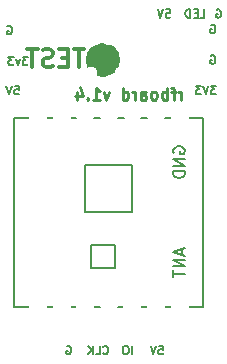
<source format=gbr>
G04 #@! TF.GenerationSoftware,KiCad,Pcbnew,5.1.2-f72e74a~84~ubuntu18.04.1*
G04 #@! TF.CreationDate,2019-07-10T23:14:27-06:00*
G04 #@! TF.ProjectId,rfboard,7266626f-6172-4642-9e6b-696361645f70,rev?*
G04 #@! TF.SameCoordinates,Original*
G04 #@! TF.FileFunction,Legend,Bot*
G04 #@! TF.FilePolarity,Positive*
%FSLAX46Y46*%
G04 Gerber Fmt 4.6, Leading zero omitted, Abs format (unit mm)*
G04 Created by KiCad (PCBNEW 5.1.2-f72e74a~84~ubuntu18.04.1) date 2019-07-10 23:14:27*
%MOMM*%
%LPD*%
G04 APERTURE LIST*
%ADD10C,0.175000*%
%ADD11C,1.500000*%
%ADD12C,0.300000*%
%ADD13C,0.250000*%
%ADD14C,0.150000*%
%ADD15C,0.203200*%
%ADD16C,3.100000*%
%ADD17R,2.100000X2.100000*%
%ADD18O,2.100000X2.100000*%
%ADD19R,1.598880X3.399740*%
%ADD20C,1.130000*%
%ADD21C,1.808000*%
%ADD22C,2.200000*%
G04 APERTURE END LIST*
D10*
X126566666Y-136816666D02*
X126133333Y-136816666D01*
X126366666Y-137083333D01*
X126266666Y-137083333D01*
X126200000Y-137116666D01*
X126166666Y-137150000D01*
X126133333Y-137216666D01*
X126133333Y-137383333D01*
X126166666Y-137450000D01*
X126200000Y-137483333D01*
X126266666Y-137516666D01*
X126466666Y-137516666D01*
X126533333Y-137483333D01*
X126566666Y-137450000D01*
X125933333Y-136816666D02*
X125700000Y-137516666D01*
X125466666Y-136816666D01*
X125300000Y-136816666D02*
X124866666Y-136816666D01*
X125100000Y-137083333D01*
X125000000Y-137083333D01*
X124933333Y-137116666D01*
X124900000Y-137150000D01*
X124866666Y-137216666D01*
X124866666Y-137383333D01*
X124900000Y-137450000D01*
X124933333Y-137483333D01*
X125000000Y-137516666D01*
X125200000Y-137516666D01*
X125266666Y-137483333D01*
X125300000Y-137450000D01*
X109533333Y-136816666D02*
X109866666Y-136816666D01*
X109900000Y-137150000D01*
X109866666Y-137116666D01*
X109800000Y-137083333D01*
X109633333Y-137083333D01*
X109566666Y-137116666D01*
X109533333Y-137150000D01*
X109500000Y-137216666D01*
X109500000Y-137383333D01*
X109533333Y-137450000D01*
X109566666Y-137483333D01*
X109633333Y-137516666D01*
X109800000Y-137516666D01*
X109866666Y-137483333D01*
X109900000Y-137450000D01*
X109300000Y-136816666D02*
X109066666Y-137516666D01*
X108833333Y-136816666D01*
X110633333Y-134316666D02*
X110200000Y-134316666D01*
X110433333Y-134583333D01*
X110333333Y-134583333D01*
X110266666Y-134616666D01*
X110233333Y-134650000D01*
X110200000Y-134716666D01*
X110200000Y-134883333D01*
X110233333Y-134950000D01*
X110266666Y-134983333D01*
X110333333Y-135016666D01*
X110533333Y-135016666D01*
X110600000Y-134983333D01*
X110633333Y-134950000D01*
X109966666Y-134550000D02*
X109800000Y-135016666D01*
X109633333Y-134550000D01*
X109433333Y-134316666D02*
X109000000Y-134316666D01*
X109233333Y-134583333D01*
X109133333Y-134583333D01*
X109066666Y-134616666D01*
X109033333Y-134650000D01*
X109000000Y-134716666D01*
X109000000Y-134883333D01*
X109033333Y-134950000D01*
X109066666Y-134983333D01*
X109133333Y-135016666D01*
X109333333Y-135016666D01*
X109400000Y-134983333D01*
X109433333Y-134950000D01*
X108916666Y-131750000D02*
X108983333Y-131716666D01*
X109083333Y-131716666D01*
X109183333Y-131750000D01*
X109250000Y-131816666D01*
X109283333Y-131883333D01*
X109316666Y-132016666D01*
X109316666Y-132116666D01*
X109283333Y-132250000D01*
X109250000Y-132316666D01*
X109183333Y-132383333D01*
X109083333Y-132416666D01*
X109016666Y-132416666D01*
X108916666Y-132383333D01*
X108883333Y-132350000D01*
X108883333Y-132116666D01*
X109016666Y-132116666D01*
X126116666Y-134250000D02*
X126183333Y-134216666D01*
X126283333Y-134216666D01*
X126383333Y-134250000D01*
X126450000Y-134316666D01*
X126483333Y-134383333D01*
X126516666Y-134516666D01*
X126516666Y-134616666D01*
X126483333Y-134750000D01*
X126450000Y-134816666D01*
X126383333Y-134883333D01*
X126283333Y-134916666D01*
X126216666Y-134916666D01*
X126116666Y-134883333D01*
X126083333Y-134850000D01*
X126083333Y-134616666D01*
X126216666Y-134616666D01*
X126116666Y-131650000D02*
X126183333Y-131616666D01*
X126283333Y-131616666D01*
X126383333Y-131650000D01*
X126450000Y-131716666D01*
X126483333Y-131783333D01*
X126516666Y-131916666D01*
X126516666Y-132016666D01*
X126483333Y-132150000D01*
X126450000Y-132216666D01*
X126383333Y-132283333D01*
X126283333Y-132316666D01*
X126216666Y-132316666D01*
X126116666Y-132283333D01*
X126083333Y-132250000D01*
X126083333Y-132016666D01*
X126216666Y-132016666D01*
X113916666Y-158850000D02*
X113983333Y-158816666D01*
X114083333Y-158816666D01*
X114183333Y-158850000D01*
X114250000Y-158916666D01*
X114283333Y-158983333D01*
X114316666Y-159116666D01*
X114316666Y-159216666D01*
X114283333Y-159350000D01*
X114250000Y-159416666D01*
X114183333Y-159483333D01*
X114083333Y-159516666D01*
X114016666Y-159516666D01*
X113916666Y-159483333D01*
X113883333Y-159450000D01*
X113883333Y-159216666D01*
X114016666Y-159216666D01*
X117016666Y-159450000D02*
X117050000Y-159483333D01*
X117150000Y-159516666D01*
X117216666Y-159516666D01*
X117316666Y-159483333D01*
X117383333Y-159416666D01*
X117416666Y-159350000D01*
X117450000Y-159216666D01*
X117450000Y-159116666D01*
X117416666Y-158983333D01*
X117383333Y-158916666D01*
X117316666Y-158850000D01*
X117216666Y-158816666D01*
X117150000Y-158816666D01*
X117050000Y-158850000D01*
X117016666Y-158883333D01*
X116383333Y-159516666D02*
X116716666Y-159516666D01*
X116716666Y-158816666D01*
X116150000Y-159516666D02*
X116150000Y-158816666D01*
X115750000Y-159516666D02*
X116050000Y-159116666D01*
X115750000Y-158816666D02*
X116150000Y-159216666D01*
X119466666Y-159516666D02*
X119466666Y-158816666D01*
X119000000Y-158816666D02*
X118866666Y-158816666D01*
X118800000Y-158850000D01*
X118733333Y-158916666D01*
X118700000Y-159050000D01*
X118700000Y-159283333D01*
X118733333Y-159416666D01*
X118800000Y-159483333D01*
X118866666Y-159516666D01*
X119000000Y-159516666D01*
X119066666Y-159483333D01*
X119133333Y-159416666D01*
X119166666Y-159283333D01*
X119166666Y-159050000D01*
X119133333Y-158916666D01*
X119066666Y-158850000D01*
X119000000Y-158816666D01*
X121733333Y-158816666D02*
X122066666Y-158816666D01*
X122100000Y-159150000D01*
X122066666Y-159116666D01*
X122000000Y-159083333D01*
X121833333Y-159083333D01*
X121766666Y-159116666D01*
X121733333Y-159150000D01*
X121700000Y-159216666D01*
X121700000Y-159383333D01*
X121733333Y-159450000D01*
X121766666Y-159483333D01*
X121833333Y-159516666D01*
X122000000Y-159516666D01*
X122066666Y-159483333D01*
X122100000Y-159450000D01*
X121500000Y-158816666D02*
X121266666Y-159516666D01*
X121033333Y-158816666D01*
X122333333Y-130316666D02*
X122666666Y-130316666D01*
X122700000Y-130650000D01*
X122666666Y-130616666D01*
X122600000Y-130583333D01*
X122433333Y-130583333D01*
X122366666Y-130616666D01*
X122333333Y-130650000D01*
X122300000Y-130716666D01*
X122300000Y-130883333D01*
X122333333Y-130950000D01*
X122366666Y-130983333D01*
X122433333Y-131016666D01*
X122600000Y-131016666D01*
X122666666Y-130983333D01*
X122700000Y-130950000D01*
X122100000Y-130316666D02*
X121866666Y-131016666D01*
X121633333Y-130316666D01*
X125250000Y-131016666D02*
X125583333Y-131016666D01*
X125583333Y-130316666D01*
X125016666Y-130650000D02*
X124783333Y-130650000D01*
X124683333Y-131016666D02*
X125016666Y-131016666D01*
X125016666Y-130316666D01*
X124683333Y-130316666D01*
X124383333Y-131016666D02*
X124383333Y-130316666D01*
X124216666Y-130316666D01*
X124116666Y-130350000D01*
X124050000Y-130416666D01*
X124016666Y-130483333D01*
X123983333Y-130616666D01*
X123983333Y-130716666D01*
X124016666Y-130850000D01*
X124050000Y-130916666D01*
X124116666Y-130983333D01*
X124216666Y-131016666D01*
X124383333Y-131016666D01*
X126616666Y-130350000D02*
X126683333Y-130316666D01*
X126783333Y-130316666D01*
X126883333Y-130350000D01*
X126950000Y-130416666D01*
X126983333Y-130483333D01*
X127016666Y-130616666D01*
X127016666Y-130716666D01*
X126983333Y-130850000D01*
X126950000Y-130916666D01*
X126883333Y-130983333D01*
X126783333Y-131016666D01*
X126716666Y-131016666D01*
X126616666Y-130983333D01*
X126583333Y-130950000D01*
X126583333Y-130716666D01*
X126716666Y-130716666D01*
D11*
X117700000Y-134600000D02*
G75*
G03X117700000Y-134600000I-700000J0D01*
G01*
D12*
X115392857Y-133678571D02*
X114535714Y-133678571D01*
X114964285Y-135178571D02*
X114964285Y-133678571D01*
X114035714Y-134392857D02*
X113535714Y-134392857D01*
X113321428Y-135178571D02*
X114035714Y-135178571D01*
X114035714Y-133678571D01*
X113321428Y-133678571D01*
X112750000Y-135107142D02*
X112535714Y-135178571D01*
X112178571Y-135178571D01*
X112035714Y-135107142D01*
X111964285Y-135035714D01*
X111892857Y-134892857D01*
X111892857Y-134750000D01*
X111964285Y-134607142D01*
X112035714Y-134535714D01*
X112178571Y-134464285D01*
X112464285Y-134392857D01*
X112607142Y-134321428D01*
X112678571Y-134250000D01*
X112750000Y-134107142D01*
X112750000Y-133964285D01*
X112678571Y-133821428D01*
X112607142Y-133750000D01*
X112464285Y-133678571D01*
X112107142Y-133678571D01*
X111892857Y-133750000D01*
X111464285Y-133678571D02*
X110607142Y-133678571D01*
X111035714Y-135178571D02*
X111035714Y-133678571D01*
D13*
X123628571Y-137952380D02*
X123628571Y-137285714D01*
X123628571Y-137476190D02*
X123580952Y-137380952D01*
X123533333Y-137333333D01*
X123438095Y-137285714D01*
X123342857Y-137285714D01*
X123152380Y-137285714D02*
X122771428Y-137285714D01*
X123009523Y-137952380D02*
X123009523Y-137095238D01*
X122961904Y-137000000D01*
X122866666Y-136952380D01*
X122771428Y-136952380D01*
X122438095Y-137952380D02*
X122438095Y-136952380D01*
X122438095Y-137333333D02*
X122342857Y-137285714D01*
X122152380Y-137285714D01*
X122057142Y-137333333D01*
X122009523Y-137380952D01*
X121961904Y-137476190D01*
X121961904Y-137761904D01*
X122009523Y-137857142D01*
X122057142Y-137904761D01*
X122152380Y-137952380D01*
X122342857Y-137952380D01*
X122438095Y-137904761D01*
X121390476Y-137952380D02*
X121485714Y-137904761D01*
X121533333Y-137857142D01*
X121580952Y-137761904D01*
X121580952Y-137476190D01*
X121533333Y-137380952D01*
X121485714Y-137333333D01*
X121390476Y-137285714D01*
X121247619Y-137285714D01*
X121152380Y-137333333D01*
X121104761Y-137380952D01*
X121057142Y-137476190D01*
X121057142Y-137761904D01*
X121104761Y-137857142D01*
X121152380Y-137904761D01*
X121247619Y-137952380D01*
X121390476Y-137952380D01*
X120200000Y-137952380D02*
X120200000Y-137428571D01*
X120247619Y-137333333D01*
X120342857Y-137285714D01*
X120533333Y-137285714D01*
X120628571Y-137333333D01*
X120200000Y-137904761D02*
X120295238Y-137952380D01*
X120533333Y-137952380D01*
X120628571Y-137904761D01*
X120676190Y-137809523D01*
X120676190Y-137714285D01*
X120628571Y-137619047D01*
X120533333Y-137571428D01*
X120295238Y-137571428D01*
X120200000Y-137523809D01*
X119723809Y-137952380D02*
X119723809Y-137285714D01*
X119723809Y-137476190D02*
X119676190Y-137380952D01*
X119628571Y-137333333D01*
X119533333Y-137285714D01*
X119438095Y-137285714D01*
X118676190Y-137952380D02*
X118676190Y-136952380D01*
X118676190Y-137904761D02*
X118771428Y-137952380D01*
X118961904Y-137952380D01*
X119057142Y-137904761D01*
X119104761Y-137857142D01*
X119152380Y-137761904D01*
X119152380Y-137476190D01*
X119104761Y-137380952D01*
X119057142Y-137333333D01*
X118961904Y-137285714D01*
X118771428Y-137285714D01*
X118676190Y-137333333D01*
X117533333Y-137285714D02*
X117295238Y-137952380D01*
X117057142Y-137285714D01*
X116152380Y-137952380D02*
X116723809Y-137952380D01*
X116438095Y-137952380D02*
X116438095Y-136952380D01*
X116533333Y-137095238D01*
X116628571Y-137190476D01*
X116723809Y-137238095D01*
X115723809Y-137857142D02*
X115676190Y-137904761D01*
X115723809Y-137952380D01*
X115771428Y-137904761D01*
X115723809Y-137857142D01*
X115723809Y-137952380D01*
X114819047Y-137285714D02*
X114819047Y-137952380D01*
X115057142Y-136904761D02*
X115295238Y-137619047D01*
X114676190Y-137619047D01*
D14*
X124250520Y-155498080D02*
X125500520Y-155498080D01*
X122250520Y-155498080D02*
X122750520Y-155498080D01*
X120250520Y-155498080D02*
X120750520Y-155498080D01*
X118250520Y-155498080D02*
X118750520Y-155498080D01*
X116250520Y-155498080D02*
X116750520Y-155498080D01*
X114250520Y-155498080D02*
X114750520Y-155498080D01*
X112250520Y-155498080D02*
X112750520Y-155498080D01*
X109500520Y-155498080D02*
X110750520Y-155498080D01*
X110750520Y-139498080D02*
X109500520Y-139498080D01*
X112750520Y-139498080D02*
X112250520Y-139498080D01*
X114750520Y-139498080D02*
X114250520Y-139498080D01*
X116750520Y-139498080D02*
X116250520Y-139498080D01*
X118750520Y-139498080D02*
X118250520Y-139498080D01*
X120750520Y-139498080D02*
X120250520Y-139498080D01*
X122750520Y-139498080D02*
X122250520Y-139498080D01*
X125500520Y-139498080D02*
X124250520Y-139498080D01*
D15*
X125498980Y-155496540D02*
X125498980Y-139499620D01*
X109502060Y-139499620D02*
X109502060Y-155496540D01*
X119499500Y-147496040D02*
X115501540Y-147496040D01*
X115501540Y-147496040D02*
X115501540Y-143498080D01*
X115501540Y-143498080D02*
X119499500Y-143498080D01*
X119499500Y-143498080D02*
X119499500Y-147496040D01*
X116002680Y-152249100D02*
X117999120Y-152249100D01*
X117999120Y-150250120D02*
X117999120Y-152249100D01*
X116002680Y-150250120D02*
X117999120Y-150250120D01*
X116002680Y-150250120D02*
X116002680Y-152249100D01*
D14*
X123667186Y-150605222D02*
X123667186Y-151081413D01*
X123952900Y-150509984D02*
X122952900Y-150843318D01*
X123952900Y-151176651D01*
X123952900Y-151509984D02*
X122952900Y-151509984D01*
X123952900Y-152081413D01*
X122952900Y-152081413D01*
X122952900Y-152414746D02*
X122952900Y-152986175D01*
X123952900Y-152700460D02*
X122952900Y-152700460D01*
X123000520Y-142486175D02*
X122952900Y-142390937D01*
X122952900Y-142248080D01*
X123000520Y-142105222D01*
X123095758Y-142009984D01*
X123190996Y-141962365D01*
X123381472Y-141914746D01*
X123524329Y-141914746D01*
X123714805Y-141962365D01*
X123810043Y-142009984D01*
X123905281Y-142105222D01*
X123952900Y-142248080D01*
X123952900Y-142343318D01*
X123905281Y-142486175D01*
X123857662Y-142533794D01*
X123524329Y-142533794D01*
X123524329Y-142343318D01*
X123952900Y-142962365D02*
X122952900Y-142962365D01*
X123952900Y-143533794D01*
X122952900Y-143533794D01*
X123952900Y-144009984D02*
X122952900Y-144009984D01*
X122952900Y-144248080D01*
X123000520Y-144390937D01*
X123095758Y-144486175D01*
X123190996Y-144533794D01*
X123381472Y-144581413D01*
X123524329Y-144581413D01*
X123714805Y-144533794D01*
X123810043Y-144486175D01*
X123905281Y-144390937D01*
X123952900Y-144248080D01*
X123952900Y-144009984D01*
%LPC*%
D16*
X109200000Y-159500000D03*
X126500000Y-159500000D03*
D17*
X107500000Y-154900000D03*
D18*
X107500000Y-152360000D03*
X107500000Y-149820000D03*
X107500000Y-147280000D03*
X107500000Y-144740000D03*
X107500000Y-142200000D03*
X107500000Y-139660000D03*
X107500000Y-137120000D03*
X107500000Y-134580000D03*
X107500000Y-132040000D03*
D17*
X127820000Y-154900000D03*
D18*
X127820000Y-152360000D03*
X127820000Y-149820000D03*
X127820000Y-147280000D03*
X127820000Y-144740000D03*
X127820000Y-142200000D03*
X127820000Y-139660000D03*
X127820000Y-137120000D03*
X127820000Y-134580000D03*
X127820000Y-132040000D03*
D17*
X122220000Y-129200000D03*
D18*
X124760000Y-129200000D03*
X127300000Y-129200000D03*
D17*
X121680000Y-160900000D03*
D18*
X119140000Y-160900000D03*
X116600000Y-160900000D03*
X114060000Y-160900000D03*
D17*
X125250000Y-156700000D03*
D19*
X123500000Y-154996160D03*
X121498480Y-154996160D03*
X119499500Y-154996160D03*
X115501540Y-154996160D03*
X113502560Y-154996160D03*
X111501040Y-154996160D03*
X111501040Y-140000000D03*
X113502560Y-140000000D03*
X123500000Y-140000000D03*
D20*
X118560000Y-135720000D03*
X116020000Y-135720000D03*
X121100000Y-135720000D03*
D21*
X116500000Y-132000000D03*
X111500000Y-132000000D03*
D22*
X117500000Y-129300000D03*
X110500000Y-129300000D03*
M02*

</source>
